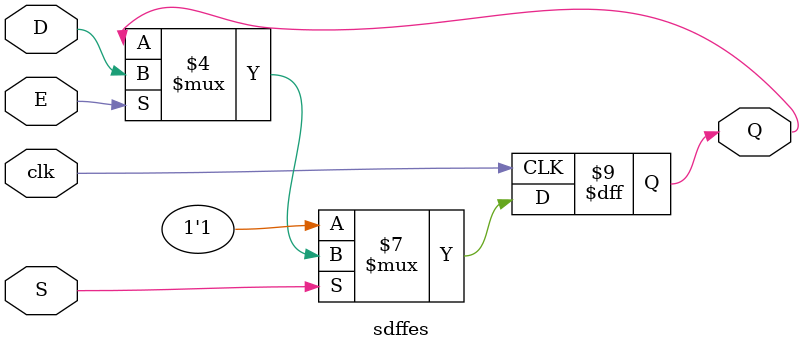
<source format=v>
module sdffes(D,clk,E,S,Q);
input D;      // Data input 
input clk;    // clock input 
input E;      // enable 
input S;      // set input 
output reg Q;     // output Q 

always @(posedge clk) 

begin
	if (S == 1'b0) begin // sync. set active low
            Q <= 1'b1;
	end 
	else if (E == 1'b1) begin
            Q <= D; 
        end
end 
endmodule 

</source>
